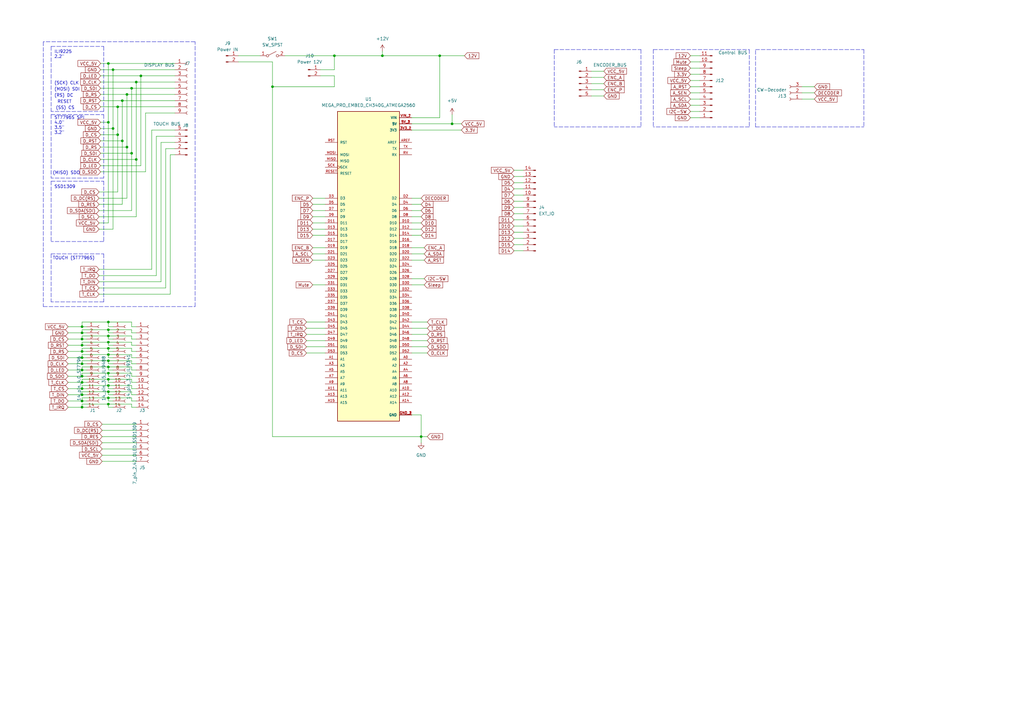
<source format=kicad_sch>
(kicad_sch (version 20211123) (generator eeschema)
  (paper "A3")
  (lib_symbols
    (symbol "Connector:Conn_01x02_Male" (pin_names (offset 1.016) hide)
      (property "Reference" "J" (at 0 2.54 0))
      (property "Value" "Conn_01x02_Male" (at 0 -5.08 0))
      (symbol "Conn_01x02_Male_1_1"
        (pin passive line (at 5.08 0 180) (length 3.81) (name "Pin_1") (number "1"))
        (pin passive line (at 5.08 -2.54 180) (length 3.81) (name "Pin_2") (number "2"))
      )
    )
    (symbol "Connector:Conn_01x03_Female" (pin_names (offset 1.016) hide)
      (property "Reference" "J" (at 0 5.08 0))
      (property "Value" "Conn_01x03_Female" (at 0 -5.08 0))
      (symbol "Conn_01x03_Female_1_1"
        (pin passive line (at -5.08 2.54 0) (length 3.81) (name "Pin_1") (number "1"))
        (pin passive line (at -5.08 0 0) (length 3.81) (name "Pin_2") (number "2"))
        (pin passive line (at -5.08 -2.54 0) (length 3.81) (name "Pin_3") (number "3"))
      )
    )
    (symbol "Connector:Conn_01x05_Male" (pin_names (offset 1.016) hide)
      (property "Reference" "J" (at 0 7.62 0))
      (property "Value" "Conn_01x05_Male" (at 0 -7.62 0))
      (symbol "Conn_01x05_Male_1_1"
        (pin passive line (at 5.08 5.08 180) (length 3.81) (name "Pin_1") (number "1"))
        (pin passive line (at 5.08 2.54 180) (length 3.81) (name "Pin_2") (number "2"))
        (pin passive line (at 5.08 0 180) (length 3.81) (name "Pin_3") (number "3"))
        (pin passive line (at 5.08 -2.54 180) (length 3.81) (name "Pin_4") (number "4"))
        (pin passive line (at 5.08 -5.08 180) (length 3.81) (name "Pin_5") (number "5"))
      )
    )
    (symbol "Connector:Conn_01x07_Female" (pin_names (offset 1.016) hide)
      (property "Reference" "J" (at 0 10.16 0))
      (property "Value" "Conn_01x07_Female" (at 0 -10.16 0))
      (symbol "Conn_01x07_Female_1_1"
        (pin passive line (at -5.08 7.62 0) (length 3.81) (name "Pin_1") (number "1"))
        (pin passive line (at -5.08 5.08 0) (length 3.81) (name "Pin_2") (number "2"))
        (pin passive line (at -5.08 2.54 0) (length 3.81) (name "Pin_3") (number "3"))
        (pin passive line (at -5.08 0 0) (length 3.81) (name "Pin_4") (number "4"))
        (pin passive line (at -5.08 -2.54 0) (length 3.81) (name "Pin_5") (number "5"))
        (pin passive line (at -5.08 -5.08 0) (length 3.81) (name "Pin_6") (number "6"))
        (pin passive line (at -5.08 -7.62 0) (length 3.81) (name "Pin_7") (number "7"))
      )
    )
    (symbol "Connector:Conn_01x09_Female" (pin_names (offset 1.016) hide)
      (property "Reference" "J" (at 0 12.7 0))
      (property "Value" "Conn_01x09_Female" (at 0 -12.7 0))
      (symbol "Conn_01x09_Female_1_1"
        (pin passive line (at -5.08 10.16 0) (length 3.81) (name "Pin_1") (number "1"))
        (pin passive line (at -5.08 7.62 0) (length 3.81) (name "Pin_2") (number "2"))
        (pin passive line (at -5.08 5.08 0) (length 3.81) (name "Pin_3") (number "3"))
        (pin passive line (at -5.08 2.54 0) (length 3.81) (name "Pin_4") (number "4"))
        (pin passive line (at -5.08 0 0) (length 3.81) (name "Pin_5") (number "5"))
        (pin passive line (at -5.08 -2.54 0) (length 3.81) (name "Pin_6") (number "6"))
        (pin passive line (at -5.08 -5.08 0) (length 3.81) (name "Pin_7") (number "7"))
        (pin passive line (at -5.08 -7.62 0) (length 3.81) (name "Pin_8") (number "8"))
        (pin passive line (at -5.08 -10.16 0) (length 3.81) (name "Pin_9") (number "9"))
      )
    )
    (symbol "Connector:Conn_01x11_Male" (pin_names (offset 1.016) hide)
      (property "Reference" "J" (at 0 15.24 0))
      (property "Value" "Conn_01x11_Male" (at 0 -15.24 0))
      (symbol "Conn_01x11_Male_1_1"
        (pin passive line (at 5.08 12.7 180) (length 3.81) (name "Pin_1") (number "1"))
        (pin passive line (at 5.08 -10.16 180) (length 3.81) (name "Pin_10") (number "10"))
        (pin passive line (at 5.08 -12.7 180) (length 3.81) (name "Pin_11") (number "11"))
        (pin passive line (at 5.08 10.16 180) (length 3.81) (name "Pin_2") (number "2"))
        (pin passive line (at 5.08 7.62 180) (length 3.81) (name "Pin_3") (number "3"))
        (pin passive line (at 5.08 5.08 180) (length 3.81) (name "Pin_4") (number "4"))
        (pin passive line (at 5.08 2.54 180) (length 3.81) (name "Pin_5") (number "5"))
        (pin passive line (at 5.08 0 180) (length 3.81) (name "Pin_6") (number "6"))
        (pin passive line (at 5.08 -2.54 180) (length 3.81) (name "Pin_7") (number "7"))
        (pin passive line (at 5.08 -5.08 180) (length 3.81) (name "Pin_8") (number "8"))
        (pin passive line (at 5.08 -7.62 180) (length 3.81) (name "Pin_9") (number "9"))
      )
    )
    (symbol "Connector:Conn_01x14_Female" (pin_names (offset 1.016) hide)
      (property "Reference" "J" (at 0 17.78 0))
      (property "Value" "Conn_01x14_Female" (at 0 -20.32 0))
      (symbol "Conn_01x14_Female_1_1"
        (pin passive line (at -5.08 15.24 0) (length 3.81) (name "Pin_1") (number "1"))
        (pin passive line (at -5.08 -7.62 0) (length 3.81) (name "Pin_10") (number "10"))
        (pin passive line (at -5.08 -10.16 0) (length 3.81) (name "Pin_11") (number "11"))
        (pin passive line (at -5.08 -12.7 0) (length 3.81) (name "Pin_12") (number "12"))
        (pin passive line (at -5.08 -15.24 0) (length 3.81) (name "Pin_13") (number "13"))
        (pin passive line (at -5.08 -17.78 0) (length 3.81) (name "Pin_14") (number "14"))
        (pin passive line (at -5.08 12.7 0) (length 3.81) (name "Pin_2") (number "2"))
        (pin passive line (at -5.08 10.16 0) (length 3.81) (name "Pin_3") (number "3"))
        (pin passive line (at -5.08 7.62 0) (length 3.81) (name "Pin_4") (number "4"))
        (pin passive line (at -5.08 5.08 0) (length 3.81) (name "Pin_5") (number "5"))
        (pin passive line (at -5.08 2.54 0) (length 3.81) (name "Pin_6") (number "6"))
        (pin passive line (at -5.08 0 0) (length 3.81) (name "Pin_7") (number "7"))
        (pin passive line (at -5.08 -2.54 0) (length 3.81) (name "Pin_8") (number "8"))
        (pin passive line (at -5.08 -5.08 0) (length 3.81) (name "Pin_9") (number "9"))
      )
    )
    (symbol "Connector:Conn_01x14_Male" (pin_names (offset 1.016) hide)
      (property "Reference" "J" (at 0 17.78 0))
      (property "Value" "Conn_01x14_Male" (at 0 -20.32 0))
      (symbol "Conn_01x14_Male_1_1"
        (pin passive line (at 5.08 15.24 180) (length 3.81) (name "Pin_1") (number "1"))
        (pin passive line (at 5.08 -7.62 180) (length 3.81) (name "Pin_10") (number "10"))
        (pin passive line (at 5.08 -10.16 180) (length 3.81) (name "Pin_11") (number "11"))
        (pin passive line (at 5.08 -12.7 180) (length 3.81) (name "Pin_12") (number "12"))
        (pin passive line (at 5.08 -15.24 180) (length 3.81) (name "Pin_13") (number "13"))
        (pin passive line (at 5.08 -17.78 180) (length 3.81) (name "Pin_14") (number "14"))
        (pin passive line (at 5.08 12.7 180) (length 3.81) (name "Pin_2") (number "2"))
        (pin passive line (at 5.08 10.16 180) (length 3.81) (name "Pin_3") (number "3"))
        (pin passive line (at 5.08 7.62 180) (length 3.81) (name "Pin_4") (number "4"))
        (pin passive line (at 5.08 5.08 180) (length 3.81) (name "Pin_5") (number "5"))
        (pin passive line (at 5.08 2.54 180) (length 3.81) (name "Pin_6") (number "6"))
        (pin passive line (at 5.08 0 180) (length 3.81) (name "Pin_7") (number "7"))
        (pin passive line (at 5.08 -2.54 180) (length 3.81) (name "Pin_8") (number "8"))
        (pin passive line (at 5.08 -5.08 180) (length 3.81) (name "Pin_9") (number "9"))
      )
    )
    (symbol "MEGA2560:MEGA_PRO_EMBED_CH340G_ATMEGA2560" (pin_names (offset 1.016))
      (property "Reference" "U" (at -12.7 63.5 0))
      (property "Value" "MEGA_PRO_EMBED_CH340G_{slash}_ATMEGA2560" (at -12.7 -66.04 0))
      (symbol "MEGA_PRO_EMBED_CH340G_ATMEGA2560_0_0"
        (pin power_in line (at 17.78 55.88 180) (length 5.08) (name "3V3") (number "3V3_1"))
        (pin power_in line (at 17.78 55.88 180) (length 5.08) (name "3V3") (number "3V3_2"))
        (pin power_in line (at 17.78 58.42 180) (length 5.08) (name "5V") (number "5V_1"))
        (pin power_in line (at 17.78 58.42 180) (length 5.08) (name "5V") (number "5V_2"))
        (pin power_in line (at 17.78 58.42 180) (length 5.08) (name "5V") (number "5V_3"))
        (pin bidirectional line (at 17.78 -38.1 180) (length 5.08) (name "A0") (number "A0"))
        (pin bidirectional line (at -17.78 -38.1 0) (length 5.08) (name "A1") (number "A1"))
        (pin bidirectional line (at 17.78 -50.8 180) (length 5.08) (name "A10") (number "A10"))
        (pin bidirectional line (at -17.78 -50.8 0) (length 5.08) (name "A11") (number "A11"))
        (pin bidirectional line (at 17.78 -53.34 180) (length 5.08) (name "A12") (number "A12"))
        (pin bidirectional line (at -17.78 -53.34 0) (length 5.08) (name "A13") (number "A13"))
        (pin bidirectional line (at 17.78 -55.88 180) (length 5.08) (name "A14") (number "A14"))
        (pin bidirectional line (at -17.78 -55.88 0) (length 5.08) (name "A15") (number "A15"))
        (pin bidirectional line (at 17.78 -40.64 180) (length 5.08) (name "A2") (number "A2"))
        (pin bidirectional line (at -17.78 -40.64 0) (length 5.08) (name "A3") (number "A3"))
        (pin bidirectional line (at 17.78 -43.18 180) (length 5.08) (name "A4") (number "A4"))
        (pin bidirectional line (at -17.78 -43.18 0) (length 5.08) (name "A5") (number "A5"))
        (pin bidirectional line (at 17.78 -45.72 180) (length 5.08) (name "A6") (number "A6"))
        (pin bidirectional line (at -17.78 -45.72 0) (length 5.08) (name "A7") (number "A7"))
        (pin bidirectional line (at 17.78 -48.26 180) (length 5.08) (name "A8") (number "A8"))
        (pin bidirectional line (at -17.78 -48.26 0) (length 5.08) (name "A9") (number "A9"))
        (pin bidirectional line (at 17.78 50.8 180) (length 5.08) (name "AREF") (number "AREF"))
        (pin bidirectional line (at 17.78 17.78 180) (length 5.08) (name "D10") (number "D10"))
        (pin bidirectional line (at -17.78 17.78 0) (length 5.08) (name "D11") (number "D11"))
        (pin bidirectional line (at 17.78 15.24 180) (length 5.08) (name "D12") (number "D12"))
        (pin bidirectional line (at -17.78 15.24 0) (length 5.08) (name "D13") (number "D13"))
        (pin bidirectional line (at 17.78 12.7 180) (length 5.08) (name "D14") (number "D14"))
        (pin bidirectional line (at -17.78 12.7 0) (length 5.08) (name "D15") (number "D15"))
        (pin bidirectional line (at 17.78 10.16 180) (length 5.08) (name "D16") (number "D16"))
        (pin bidirectional line (at -17.78 10.16 0) (length 5.08) (name "D17") (number "D17"))
        (pin bidirectional line (at 17.78 7.62 180) (length 5.08) (name "D18") (number "D18"))
        (pin bidirectional line (at -17.78 7.62 0) (length 5.08) (name "D19") (number "D19"))
        (pin bidirectional line (at 17.78 27.94 180) (length 5.08) (name "D2") (number "D2"))
        (pin bidirectional line (at 17.78 5.08 180) (length 5.08) (name "D20") (number "D20"))
        (pin bidirectional line (at -17.78 5.08 0) (length 5.08) (name "D21") (number "D21"))
        (pin bidirectional line (at 17.78 2.54 180) (length 5.08) (name "D22") (number "D22"))
        (pin bidirectional line (at -17.78 2.54 0) (length 5.08) (name "D23") (number "D23"))
        (pin bidirectional line (at 17.78 0 180) (length 5.08) (name "D24") (number "D24"))
        (pin bidirectional line (at -17.78 0 0) (length 5.08) (name "D25") (number "D25"))
        (pin bidirectional line (at 17.78 -2.54 180) (length 5.08) (name "D26") (number "D26"))
        (pin bidirectional line (at -17.78 -2.54 0) (length 5.08) (name "D27") (number "D27"))
        (pin bidirectional line (at 17.78 -5.08 180) (length 5.08) (name "D28") (number "D28"))
        (pin bidirectional line (at -17.78 -5.08 0) (length 5.08) (name "D29") (number "D29"))
        (pin bidirectional line (at -17.78 27.94 0) (length 5.08) (name "D3") (number "D3"))
        (pin bidirectional line (at 17.78 -7.62 180) (length 5.08) (name "D30") (number "D30"))
        (pin bidirectional line (at -17.78 -7.62 0) (length 5.08) (name "D31") (number "D31"))
        (pin bidirectional line (at 17.78 -10.16 180) (length 5.08) (name "D32") (number "D32"))
        (pin bidirectional line (at -17.78 -10.16 0) (length 5.08) (name "D33") (number "D33"))
        (pin bidirectional line (at 17.78 -12.7 180) (length 5.08) (name "D34") (number "D34"))
        (pin bidirectional line (at -17.78 -12.7 0) (length 5.08) (name "D35") (number "D35"))
        (pin bidirectional line (at 17.78 -15.24 180) (length 5.08) (name "D36") (number "D36"))
        (pin bidirectional line (at -17.78 -15.24 0) (length 5.08) (name "D37") (number "D37"))
        (pin bidirectional line (at 17.78 -17.78 180) (length 5.08) (name "D38") (number "D38"))
        (pin bidirectional line (at -17.78 -17.78 0) (length 5.08) (name "D39") (number "D39"))
        (pin bidirectional line (at 17.78 25.4 180) (length 5.08) (name "D4") (number "D4"))
        (pin bidirectional line (at 17.78 -20.32 180) (length 5.08) (name "D40") (number "D40"))
        (pin bidirectional line (at -17.78 -20.32 0) (length 5.08) (name "D41") (number "D41"))
        (pin bidirectional line (at 17.78 -22.86 180) (length 5.08) (name "D42") (number "D42"))
        (pin bidirectional line (at -17.78 -22.86 0) (length 5.08) (name "D43") (number "D43"))
        (pin bidirectional line (at 17.78 -25.4 180) (length 5.08) (name "D44") (number "D44"))
        (pin bidirectional line (at -17.78 -25.4 0) (length 5.08) (name "D45") (number "D45"))
        (pin bidirectional line (at 17.78 -27.94 180) (length 5.08) (name "D46") (number "D46"))
        (pin bidirectional line (at -17.78 -27.94 0) (length 5.08) (name "D47") (number "D47"))
        (pin bidirectional line (at 17.78 -30.48 180) (length 5.08) (name "D48") (number "D48"))
        (pin bidirectional line (at -17.78 -30.48 0) (length 5.08) (name "D49") (number "D49"))
        (pin bidirectional line (at -17.78 25.4 0) (length 5.08) (name "D5") (number "D5"))
        (pin bidirectional line (at 17.78 -33.02 180) (length 5.08) (name "D50") (number "D50"))
        (pin bidirectional line (at -17.78 -33.02 0) (length 5.08) (name "D51") (number "D51"))
        (pin bidirectional line (at 17.78 -35.56 180) (length 5.08) (name "D52") (number "D52"))
        (pin bidirectional line (at -17.78 -35.56 0) (length 5.08) (name "D53") (number "D53"))
        (pin bidirectional line (at 17.78 22.86 180) (length 5.08) (name "D6") (number "D6"))
        (pin bidirectional line (at -17.78 22.86 0) (length 5.08) (name "D7") (number "D7"))
        (pin bidirectional line (at 17.78 20.32 180) (length 5.08) (name "D8") (number "D8"))
        (pin bidirectional line (at -17.78 20.32 0) (length 5.08) (name "D9") (number "D9"))
        (pin power_in line (at 17.78 -60.96 180) (length 5.08) (name "GND") (number "GND_1"))
        (pin power_in line (at 17.78 -60.96 180) (length 5.08) (name "GND") (number "GND_2"))
        (pin power_in line (at 17.78 -60.96 180) (length 5.08) (name "GND") (number "GND_3"))
        (pin bidirectional line (at -17.78 43.18 0) (length 5.08) (name "MISO") (number "MISO"))
        (pin bidirectional line (at -17.78 45.72 0) (length 5.08) (name "MOSI") (number "MOSI"))
        (pin input line (at -17.78 38.1 0) (length 5.08) (name "RESET") (number "RESET"))
        (pin input line (at -17.78 50.8 0) (length 5.08) (name "RST") (number "RST"))
        (pin input line (at 17.78 45.72 180) (length 5.08) (name "RX") (number "RX"))
        (pin bidirectional clock (at -17.78 40.64 0) (length 5.08) (name "SCK") (number "SCK"))
        (pin output line (at 17.78 48.26 180) (length 5.08) (name "TX") (number "TX"))
        (pin power_in line (at 17.78 60.96 180) (length 5.08) (name "VIN") (number "VIN_1"))
        (pin power_in line (at 17.78 60.96 180) (length 5.08) (name "VIN") (number "VIN_2"))
      )
    )
    (symbol "Switch:SW_SPST" (pin_names (offset 0) hide)
      (property "Reference" "SW" (at 0 3.175 0))
      (property "Value" "SW_SPST" (at 0 -2.54 0))
      (symbol "SW_SPST_1_1"
        (pin passive line (at -5.08 0 0) (length 2.54) (name "A") (number "1"))
        (pin passive line (at 5.08 0 180) (length 2.54) (name "B") (number "2"))
      )
    )
    (symbol "power:+12V" (power) (pin_names (offset 0))
      (property "Value" "+12V" (at 0 3.556 0))
      (symbol "+12V_1_1"
        (pin power_in line (at 0 0 90) (length 0) hide (name "+12V") (number "1"))
      )
    )
    (symbol "power:+5V" (power) (pin_names (offset 0))
      (property "Value" "+5V" (at 0 3.556 0))
      (symbol "+5V_1_1"
        (pin power_in line (at 0 0 90) (length 0) hide (name "+5V") (number "1"))
      )
    )
    (symbol "power:GND" (power) (pin_names (offset 0))
      (property "Value" "GND" (at 0 -3.81 0))
      (symbol "GND_1_1"
        (pin power_in line (at 0 0 270) (length 0) hide (name "GND") (number "1"))
      )
    )
  )
  (junction (at 33.655 154.305))
  (junction (at 33.655 149.225))
  (junction (at 53.975 62.865))
  (junction (at 180.34 22.86))
  (junction (at 33.655 167.005))
  (junction (at 44.45 158.115))
  (junction (at 33.655 133.985))
  (junction (at 46.355 28.575))
  (junction (at 172.72 179.07))
  (junction (at 185.42 50.8))
  (junction (at 53.975 36.195))
  (junction (at 33.655 159.385))
  (junction (at 44.45 140.335))
  (junction (at 44.45 147.955))
  (junction (at 44.45 165.735))
  (junction (at 52.07 60.325))
  (junction (at 57.785 31.115))
  (junction (at 33.655 161.925))
  (junction (at 55.88 65.405))
  (junction (at 44.45 145.415))
  (junction (at 44.45 50.165))
  (junction (at 111.76 35.56))
  (junction (at 44.45 132.08))
  (junction (at 44.45 163.195))
  (junction (at 50.165 41.275))
  (junction (at 48.26 43.815))
  (junction (at 50.165 57.785))
  (junction (at 33.655 151.765))
  (junction (at 33.655 141.605))
  (junction (at 33.655 156.845))
  (junction (at 44.45 26.035))
  (junction (at 44.45 137.795))
  (junction (at 44.45 153.035))
  (junction (at 137.16 22.86))
  (junction (at 33.655 139.065))
  (junction (at 44.45 135.255))
  (junction (at 44.45 142.875))
  (junction (at 55.88 33.655))
  (junction (at 52.07 38.735))
  (junction (at 44.45 160.655))
  (junction (at 33.655 136.525))
  (junction (at 33.655 164.465))
  (junction (at 48.26 55.245))
  (junction (at 156.845 22.86))
  (junction (at 33.655 146.685))
  (junction (at 46.355 52.705))
  (junction (at 44.45 155.575))
  (junction (at 33.655 144.145))
  (junction (at 44.45 150.495))
  (wire (pts (xy 44.45 142.875) (xy 53.975 142.875)))
  (wire (pts (xy 40.64 86.36) (xy 53.975 86.36)))
  (wire (pts (xy 50.165 41.275) (xy 71.755 41.275)))
  (wire (pts (xy 41.91 179.07) (xy 55.88 179.07)))
  (wire (pts (xy 44.45 149.225) (xy 46.355 149.225)))
  (wire (pts (xy 283.21 25.4) (xy 287.02 25.4)))
  (wire (pts (xy 128.27 88.9) (xy 133.35 88.9)))
  (wire (pts (xy 53.975 140.335) (xy 53.975 141.605)))
  (wire (pts (xy 168.91 137.16) (xy 175.26 137.16)))
  (wire (pts (xy 53.975 150.495) (xy 53.975 151.765)))
  (wire (pts (xy 44.45 165.735) (xy 53.975 165.735)))
  (wire (pts (xy 53.975 133.985) (xy 53.975 132.08)))
  (wire (pts (xy 210.82 92.71) (xy 214.63 92.71)))
  (wire (pts (xy 185.42 50.8) (xy 168.91 50.8)))
  (polyline (pts (xy 307.34 52.07) (xy 267.97 52.07)))
  (wire (pts (xy 44.45 135.255) (xy 53.975 135.255)))
  (wire (pts (xy 40.64 118.11) (xy 67.945 118.11)))
  (wire (pts (xy 41.91 181.61) (xy 55.88 181.61)))
  (wire (pts (xy 53.975 164.465) (xy 55.88 164.465)))
  (wire (pts (xy 27.94 167.005) (xy 33.655 167.005)))
  (wire (pts (xy 53.975 36.195) (xy 71.755 36.195)))
  (wire (pts (xy 44.45 154.305) (xy 46.355 154.305)))
  (wire (pts (xy 41.275 33.655) (xy 55.88 33.655)))
  (polyline (pts (xy 309.88 52.07) (xy 309.88 20.32)))
  (wire (pts (xy 57.785 31.115) (xy 71.755 31.115)))
  (polyline (pts (xy 267.97 20.32) (xy 267.97 52.07)))
  (polyline (pts (xy 20.955 19.05) (xy 20.955 45.72)))
  (wire (pts (xy 210.82 85.09) (xy 214.63 85.09)))
  (polyline (pts (xy 227.33 20.32) (xy 262.89 20.32)))
  (wire (pts (xy 35.56 156.845) (xy 33.655 156.845)))
  (wire (pts (xy 27.94 144.145) (xy 33.655 144.145)))
  (wire (pts (xy 40.64 110.49) (xy 62.23 110.49)))
  (polyline (pts (xy 20.955 74.295) (xy 20.955 99.06)))
  (wire (pts (xy 44.45 150.495) (xy 44.45 151.765)))
  (wire (pts (xy 283.21 43.18) (xy 287.02 43.18)))
  (wire (pts (xy 33.655 154.305) (xy 33.655 153.035)))
  (wire (pts (xy 44.45 163.195) (xy 44.45 164.465)))
  (wire (pts (xy 283.21 22.86) (xy 287.02 22.86)))
  (polyline (pts (xy 20.955 74.295) (xy 42.545 74.295)))
  (wire (pts (xy 71.755 55.88) (xy 64.135 55.88)))
  (wire (pts (xy 59.69 70.485) (xy 59.69 46.355)))
  (wire (pts (xy 283.21 48.26) (xy 287.02 48.26)))
  (wire (pts (xy 53.975 163.195) (xy 53.975 164.465)))
  (wire (pts (xy 44.45 158.115) (xy 53.975 158.115)))
  (wire (pts (xy 210.82 90.17) (xy 214.63 90.17)))
  (wire (pts (xy 55.88 133.985) (xy 53.975 133.985)))
  (wire (pts (xy 44.45 167.005) (xy 46.355 167.005)))
  (polyline (pts (xy 42.545 74.295) (xy 42.545 99.06)))
  (wire (pts (xy 35.56 164.465) (xy 33.655 164.465)))
  (wire (pts (xy 128.27 116.84) (xy 133.35 116.84)))
  (wire (pts (xy 125.73 132.08) (xy 133.35 132.08)))
  (polyline (pts (xy 267.97 20.32) (xy 307.34 20.32)))
  (wire (pts (xy 35.56 144.145) (xy 33.655 144.145)))
  (wire (pts (xy 53.975 62.865) (xy 53.975 86.36)))
  (wire (pts (xy 172.72 179.07) (xy 175.26 179.07)))
  (wire (pts (xy 283.21 38.1) (xy 287.02 38.1)))
  (wire (pts (xy 46.355 52.705) (xy 46.355 28.575)))
  (wire (pts (xy 44.45 140.335) (xy 44.45 141.605)))
  (wire (pts (xy 27.94 161.925) (xy 33.655 161.925)))
  (wire (pts (xy 210.82 87.63) (xy 214.63 87.63)))
  (wire (pts (xy 53.975 147.955) (xy 53.975 149.225)))
  (wire (pts (xy 44.45 137.795) (xy 53.975 137.795)))
  (wire (pts (xy 44.45 156.845) (xy 46.355 156.845)))
  (wire (pts (xy 168.91 53.34) (xy 189.23 53.34)))
  (wire (pts (xy 44.45 26.035) (xy 71.755 26.035)))
  (wire (pts (xy 44.45 142.875) (xy 44.45 144.145)))
  (wire (pts (xy 52.07 60.325) (xy 52.07 81.28)))
  (wire (pts (xy 27.94 164.465) (xy 33.655 164.465)))
  (wire (pts (xy 210.82 77.47) (xy 214.63 77.47)))
  (wire (pts (xy 44.45 153.035) (xy 53.975 153.035)))
  (wire (pts (xy 35.56 161.925) (xy 33.655 161.925)))
  (wire (pts (xy 242.57 39.37) (xy 247.65 39.37)))
  (wire (pts (xy 180.34 48.26) (xy 180.34 22.86)))
  (wire (pts (xy 283.21 45.72) (xy 287.02 45.72)))
  (wire (pts (xy 168.91 104.14) (xy 173.99 104.14)))
  (wire (pts (xy 44.45 132.08) (xy 44.45 133.985)))
  (wire (pts (xy 33.655 167.005) (xy 35.56 167.005)))
  (polyline (pts (xy 80.01 125.73) (xy 80.01 17.145)))
  (polyline (pts (xy 262.89 20.32) (xy 262.89 52.07)))
  (wire (pts (xy 41.275 26.035) (xy 44.45 26.035)))
  (polyline (pts (xy 20.955 19.05) (xy 42.545 19.05)))
  (wire (pts (xy 128.27 91.44) (xy 133.35 91.44)))
  (wire (pts (xy 137.16 28.575) (xy 137.16 22.86)))
  (wire (pts (xy 67.945 60.96) (xy 71.755 60.96)))
  (wire (pts (xy 44.45 50.165) (xy 44.45 26.035)))
  (wire (pts (xy 33.655 147.955) (xy 44.45 147.955)))
  (wire (pts (xy 41.91 173.99) (xy 55.88 173.99)))
  (wire (pts (xy 44.45 145.415) (xy 44.45 146.685)))
  (wire (pts (xy 41.275 65.405) (xy 55.88 65.405)))
  (wire (pts (xy 33.655 137.795) (xy 44.45 137.795)))
  (wire (pts (xy 53.975 136.525) (xy 55.88 136.525)))
  (wire (pts (xy 33.655 163.195) (xy 44.45 163.195)))
  (wire (pts (xy 44.45 161.925) (xy 46.355 161.925)))
  (wire (pts (xy 283.21 40.64) (xy 287.02 40.64)))
  (wire (pts (xy 33.655 142.875) (xy 44.45 142.875)))
  (wire (pts (xy 128.27 81.28) (xy 133.35 81.28)))
  (wire (pts (xy 97.79 22.86) (xy 106.68 22.86)))
  (wire (pts (xy 33.655 135.255) (xy 44.45 135.255)))
  (wire (pts (xy 168.91 48.26) (xy 180.34 48.26)))
  (wire (pts (xy 128.27 106.68) (xy 133.35 106.68)))
  (wire (pts (xy 33.655 167.005) (xy 33.655 165.735)))
  (wire (pts (xy 27.94 136.525) (xy 33.655 136.525)))
  (wire (pts (xy 41.275 50.165) (xy 44.45 50.165)))
  (wire (pts (xy 44.45 147.955) (xy 44.45 149.225)))
  (wire (pts (xy 53.975 142.875) (xy 53.975 144.145)))
  (wire (pts (xy 44.45 155.575) (xy 44.45 156.845)))
  (wire (pts (xy 44.45 135.255) (xy 44.45 136.525)))
  (polyline (pts (xy 354.33 20.32) (xy 354.33 52.07)))
  (wire (pts (xy 168.91 114.3) (xy 173.99 114.3)))
  (wire (pts (xy 168.91 144.78) (xy 175.26 144.78)))
  (wire (pts (xy 35.56 149.225) (xy 33.655 149.225)))
  (wire (pts (xy 156.845 20.955) (xy 156.845 22.86)))
  (wire (pts (xy 41.91 189.23) (xy 55.88 189.23)))
  (wire (pts (xy 40.64 83.82) (xy 50.165 83.82)))
  (wire (pts (xy 33.655 151.765) (xy 33.655 150.495)))
  (wire (pts (xy 53.975 155.575) (xy 53.975 156.845)))
  (polyline (pts (xy 42.545 19.05) (xy 42.545 45.72)))
  (wire (pts (xy 168.91 86.36) (xy 172.72 86.36)))
  (wire (pts (xy 33.655 159.385) (xy 33.655 158.115)))
  (wire (pts (xy 131.445 31.115) (xy 137.16 31.115)))
  (wire (pts (xy 67.945 118.11) (xy 67.945 60.96)))
  (wire (pts (xy 69.85 120.65) (xy 69.85 63.5)))
  (wire (pts (xy 41.275 57.785) (xy 50.165 57.785)))
  (wire (pts (xy 44.45 163.195) (xy 53.975 163.195)))
  (wire (pts (xy 41.275 43.815) (xy 48.26 43.815)))
  (wire (pts (xy 44.45 165.735) (xy 44.45 167.005)))
  (wire (pts (xy 44.45 164.465) (xy 46.355 164.465)))
  (wire (pts (xy 41.91 176.53) (xy 55.88 176.53)))
  (wire (pts (xy 33.655 164.465) (xy 33.655 163.195)))
  (wire (pts (xy 53.975 137.795) (xy 53.975 139.065)))
  (wire (pts (xy 44.45 140.335) (xy 53.975 140.335)))
  (wire (pts (xy 41.275 55.245) (xy 48.26 55.245)))
  (wire (pts (xy 44.45 146.685) (xy 46.355 146.685)))
  (wire (pts (xy 44.45 153.035) (xy 44.45 154.305)))
  (polyline (pts (xy 17.78 17.145) (xy 17.78 101.6)))
  (wire (pts (xy 40.64 93.98) (xy 46.355 93.98)))
  (wire (pts (xy 168.91 101.6) (xy 173.99 101.6)))
  (wire (pts (xy 53.975 141.605) (xy 55.88 141.605)))
  (wire (pts (xy 27.94 154.305) (xy 33.655 154.305)))
  (wire (pts (xy 53.975 165.735) (xy 53.975 167.005)))
  (wire (pts (xy 125.73 134.62) (xy 133.35 134.62)))
  (wire (pts (xy 53.975 139.065) (xy 55.88 139.065)))
  (wire (pts (xy 53.975 151.765) (xy 55.88 151.765)))
  (wire (pts (xy 62.23 110.49) (xy 62.23 53.34)))
  (wire (pts (xy 168.91 134.62) (xy 175.26 134.62)))
  (polyline (pts (xy 42.545 123.825) (xy 20.955 123.825)))
  (wire (pts (xy 59.69 46.355) (xy 71.755 46.355)))
  (polyline (pts (xy 20.955 46.99) (xy 42.545 46.99)))
  (wire (pts (xy 128.27 93.98) (xy 133.35 93.98)))
  (wire (pts (xy 41.275 70.485) (xy 59.69 70.485)))
  (polyline (pts (xy 42.545 99.06) (xy 20.955 99.06)))
  (wire (pts (xy 168.91 93.98) (xy 172.72 93.98)))
  (polyline (pts (xy 42.545 73.025) (xy 20.955 73.025)))
  (wire (pts (xy 53.975 161.925) (xy 55.88 161.925)))
  (wire (pts (xy 27.94 149.225) (xy 33.655 149.225)))
  (wire (pts (xy 168.91 170.18) (xy 172.72 170.18)))
  (wire (pts (xy 210.82 80.01) (xy 214.63 80.01)))
  (wire (pts (xy 168.91 116.84) (xy 173.99 116.84)))
  (wire (pts (xy 283.21 33.02) (xy 287.02 33.02)))
  (wire (pts (xy 40.64 88.9) (xy 55.88 88.9)))
  (wire (pts (xy 44.45 136.525) (xy 46.355 136.525)))
  (wire (pts (xy 40.64 113.03) (xy 64.135 113.03)))
  (wire (pts (xy 33.655 145.415) (xy 44.45 145.415)))
  (polyline (pts (xy 42.545 46.99) (xy 42.545 73.025)))
  (polyline (pts (xy 42.545 45.72) (xy 20.955 45.72)))
  (wire (pts (xy 53.975 153.035) (xy 53.975 154.305)))
  (wire (pts (xy 41.275 38.735) (xy 52.07 38.735)))
  (wire (pts (xy 48.26 55.245) (xy 48.26 78.74)))
  (wire (pts (xy 33.655 149.225) (xy 33.655 147.955)))
  (wire (pts (xy 44.45 133.985) (xy 46.355 133.985)))
  (wire (pts (xy 41.91 184.15) (xy 55.88 184.15)))
  (wire (pts (xy 44.45 139.065) (xy 46.355 139.065)))
  (wire (pts (xy 40.64 115.57) (xy 66.04 115.57)))
  (polyline (pts (xy 262.89 52.07) (xy 227.33 52.07)))
  (polyline (pts (xy 227.33 20.32) (xy 227.33 52.07)))
  (wire (pts (xy 210.82 74.93) (xy 214.63 74.93)))
  (wire (pts (xy 283.21 30.48) (xy 287.02 30.48)))
  (wire (pts (xy 41.275 41.275) (xy 50.165 41.275)))
  (wire (pts (xy 50.165 83.82) (xy 50.165 57.785)))
  (wire (pts (xy 168.91 96.52) (xy 172.72 96.52)))
  (wire (pts (xy 52.07 60.325) (xy 52.07 38.735)))
  (wire (pts (xy 33.655 153.035) (xy 44.45 153.035)))
  (wire (pts (xy 35.56 133.985) (xy 33.655 133.985)))
  (wire (pts (xy 168.91 88.9) (xy 172.72 88.9)))
  (polyline (pts (xy 42.545 104.14) (xy 42.545 123.825)))
  (wire (pts (xy 27.94 139.065) (xy 33.655 139.065)))
  (wire (pts (xy 41.91 186.69) (xy 55.88 186.69)))
  (wire (pts (xy 242.57 31.75) (xy 247.65 31.75)))
  (polyline (pts (xy 20.955 104.14) (xy 20.955 123.825)))
  (wire (pts (xy 46.355 93.98) (xy 46.355 52.705)))
  (wire (pts (xy 33.655 140.335) (xy 44.45 140.335)))
  (wire (pts (xy 66.04 115.57) (xy 66.04 58.42)))
  (wire (pts (xy 210.82 102.87) (xy 214.63 102.87)))
  (wire (pts (xy 53.975 146.685) (xy 55.88 146.685)))
  (wire (pts (xy 168.91 132.08) (xy 175.26 132.08)))
  (wire (pts (xy 328.93 40.64) (xy 334.01 40.64)))
  (wire (pts (xy 33.655 165.735) (xy 44.45 165.735)))
  (wire (pts (xy 44.45 91.44) (xy 44.45 50.165)))
  (wire (pts (xy 168.91 83.82) (xy 172.72 83.82)))
  (wire (pts (xy 283.21 35.56) (xy 287.02 35.56)))
  (wire (pts (xy 137.16 22.86) (xy 156.845 22.86)))
  (wire (pts (xy 33.655 141.605) (xy 33.655 140.335)))
  (wire (pts (xy 35.56 154.305) (xy 33.655 154.305)))
  (wire (pts (xy 55.88 33.655) (xy 71.755 33.655)))
  (wire (pts (xy 41.275 60.325) (xy 52.07 60.325)))
  (wire (pts (xy 125.73 137.16) (xy 133.35 137.16)))
  (wire (pts (xy 128.27 83.82) (xy 133.35 83.82)))
  (wire (pts (xy 53.975 144.145) (xy 55.88 144.145)))
  (wire (pts (xy 168.91 106.68) (xy 173.99 106.68)))
  (wire (pts (xy 27.94 146.685) (xy 33.655 146.685)))
  (wire (pts (xy 33.655 146.685) (xy 33.655 145.415)))
  (wire (pts (xy 35.56 151.765) (xy 33.655 151.765)))
  (wire (pts (xy 35.56 139.065) (xy 33.655 139.065)))
  (wire (pts (xy 168.91 81.28) (xy 172.72 81.28)))
  (wire (pts (xy 33.655 139.065) (xy 33.655 137.795)))
  (wire (pts (xy 137.16 31.115) (xy 137.16 35.56)))
  (wire (pts (xy 41.275 67.945) (xy 57.785 67.945)))
  (wire (pts (xy 53.975 167.005) (xy 55.88 167.005)))
  (wire (pts (xy 128.27 96.52) (xy 133.35 96.52)))
  (wire (pts (xy 125.73 139.7) (xy 133.35 139.7)))
  (polyline (pts (xy 20.955 104.14) (xy 42.545 104.14)))
  (wire (pts (xy 128.27 86.36) (xy 133.35 86.36)))
  (wire (pts (xy 242.57 34.29) (xy 247.65 34.29)))
  (wire (pts (xy 44.45 155.575) (xy 53.975 155.575)))
  (wire (pts (xy 44.45 144.145) (xy 46.355 144.145)))
  (wire (pts (xy 283.21 27.94) (xy 287.02 27.94)))
  (wire (pts (xy 33.655 158.115) (xy 44.45 158.115)))
  (wire (pts (xy 62.23 53.34) (xy 71.755 53.34)))
  (wire (pts (xy 33.655 150.495) (xy 44.45 150.495)))
  (polyline (pts (xy 17.78 125.73) (xy 80.01 125.73)))
  (wire (pts (xy 50.165 57.785) (xy 50.165 41.275)))
  (wire (pts (xy 27.94 133.985) (xy 33.655 133.985)))
  (polyline (pts (xy 17.78 101.6) (xy 17.78 125.73)))
  (wire (pts (xy 46.355 28.575) (xy 71.755 28.575)))
  (wire (pts (xy 41.275 31.115) (xy 57.785 31.115)))
  (wire (pts (xy 57.785 67.945) (xy 57.785 31.115)))
  (wire (pts (xy 27.94 151.765) (xy 33.655 151.765)))
  (wire (pts (xy 210.82 95.25) (xy 214.63 95.25)))
  (wire (pts (xy 33.655 156.845) (xy 33.655 155.575)))
  (wire (pts (xy 40.64 120.65) (xy 69.85 120.65)))
  (wire (pts (xy 55.88 88.9) (xy 55.88 65.405)))
  (wire (pts (xy 111.76 25.4) (xy 111.76 35.56)))
  (wire (pts (xy 35.56 159.385) (xy 33.655 159.385)))
  (wire (pts (xy 33.655 132.08) (xy 44.45 132.08)))
  (wire (pts (xy 53.975 36.195) (xy 53.975 62.865)))
  (wire (pts (xy 185.42 50.8) (xy 189.23 50.8)))
  (polyline (pts (xy 307.34 20.32) (xy 307.34 52.07)))
  (wire (pts (xy 41.275 28.575) (xy 46.355 28.575)))
  (wire (pts (xy 210.82 82.55) (xy 214.63 82.55)))
  (wire (pts (xy 125.73 144.78) (xy 133.35 144.78)))
  (wire (pts (xy 53.975 156.845) (xy 55.88 156.845)))
  (wire (pts (xy 33.655 144.145) (xy 33.655 142.875)))
  (wire (pts (xy 53.975 158.115) (xy 53.975 159.385)))
  (wire (pts (xy 41.275 52.705) (xy 46.355 52.705)))
  (wire (pts (xy 210.82 100.33) (xy 214.63 100.33)))
  (wire (pts (xy 55.88 65.405) (xy 55.88 33.655)))
  (wire (pts (xy 44.45 141.605) (xy 46.355 141.605)))
  (wire (pts (xy 156.845 22.86) (xy 180.34 22.86)))
  (wire (pts (xy 52.07 38.735) (xy 71.755 38.735)))
  (wire (pts (xy 53.975 154.305) (xy 55.88 154.305)))
  (polyline (pts (xy 80.01 17.145) (xy 17.78 17.145)))
  (wire (pts (xy 172.72 170.18) (xy 172.72 179.07)))
  (wire (pts (xy 52.07 81.28) (xy 40.64 81.28)))
  (wire (pts (xy 48.26 78.74) (xy 40.64 78.74)))
  (wire (pts (xy 44.45 150.495) (xy 53.975 150.495)))
  (wire (pts (xy 44.45 147.955) (xy 53.975 147.955)))
  (wire (pts (xy 53.975 132.08) (xy 44.45 132.08)))
  (wire (pts (xy 33.655 136.525) (xy 33.655 135.255)))
  (wire (pts (xy 334.01 35.56) (xy 328.93 35.56)))
  (wire (pts (xy 111.76 25.4) (xy 97.79 25.4)))
  (wire (pts (xy 53.975 149.225) (xy 55.88 149.225)))
  (wire (pts (xy 35.56 136.525) (xy 33.655 136.525)))
  (wire (pts (xy 210.82 72.39) (xy 214.63 72.39)))
  (wire (pts (xy 44.45 145.415) (xy 53.975 145.415)))
  (wire (pts (xy 27.94 159.385) (xy 33.655 159.385)))
  (wire (pts (xy 48.26 55.245) (xy 48.26 43.815)))
  (wire (pts (xy 41.275 62.865) (xy 53.975 62.865)))
  (wire (pts (xy 168.91 139.7) (xy 175.26 139.7)))
  (wire (pts (xy 111.76 179.07) (xy 172.72 179.07)))
  (wire (pts (xy 168.91 91.44) (xy 172.72 91.44)))
  (wire (pts (xy 53.975 160.655) (xy 53.975 161.925)))
  (wire (pts (xy 168.91 142.24) (xy 175.26 142.24)))
  (wire (pts (xy 116.84 22.86) (xy 137.16 22.86)))
  (wire (pts (xy 334.01 38.1) (xy 328.93 38.1)))
  (wire (pts (xy 33.655 160.655) (xy 44.45 160.655)))
  (wire (pts (xy 44.45 160.655) (xy 53.975 160.655)))
  (wire (pts (xy 33.655 133.985) (xy 33.655 132.08)))
  (wire (pts (xy 64.135 55.88) (xy 64.135 113.03)))
  (wire (pts (xy 53.975 159.385) (xy 55.88 159.385)))
  (wire (pts (xy 111.76 179.07) (xy 111.76 35.56)))
  (wire (pts (xy 35.56 141.605) (xy 33.655 141.605)))
  (wire (pts (xy 33.655 161.925) (xy 33.655 160.655)))
  (wire (pts (xy 180.34 22.86) (xy 190.5 22.86)))
  (wire (pts (xy 53.975 135.255) (xy 53.975 136.525)))
  (wire (pts (xy 131.445 28.575) (xy 137.16 28.575)))
  (wire (pts (xy 210.82 69.85) (xy 214.63 69.85)))
  (wire (pts (xy 185.42 46.99) (xy 185.42 50.8)))
  (wire (pts (xy 125.73 142.24) (xy 133.35 142.24)))
  (wire (pts (xy 242.57 36.83) (xy 247.65 36.83)))
  (wire (pts (xy 41.275 36.195) (xy 53.975 36.195)))
  (wire (pts (xy 27.94 141.605) (xy 33.655 141.605)))
  (wire (pts (xy 44.45 159.385) (xy 46.355 159.385)))
  (wire (pts (xy 128.27 101.6) (xy 133.35 101.6)))
  (wire (pts (xy 44.45 158.115) (xy 44.45 159.385)))
  (polyline (pts (xy 20.955 46.99) (xy 20.955 73.025)))
  (wire (pts (xy 27.94 156.845) (xy 33.655 156.845)))
  (wire (pts (xy 40.64 91.44) (xy 44.45 91.44)))
  (wire (pts (xy 128.27 104.14) (xy 133.35 104.14)))
  (wire (pts (xy 33.655 146.685) (xy 35.56 146.685)))
  (wire (pts (xy 44.45 151.765) (xy 46.355 151.765)))
  (wire (pts (xy 33.655 155.575) (xy 44.45 155.575)))
  (wire (pts (xy 44.45 160.655) (xy 44.45 161.925)))
  (wire (pts (xy 53.975 145.415) (xy 53.975 146.685)))
  (wire (pts (xy 44.45 137.795) (xy 44.45 139.065)))
  (wire (pts (xy 137.16 35.56) (xy 111.76 35.56)))
  (wire (pts (xy 172.72 179.07) (xy 172.72 181.61)))
  (polyline (pts (xy 309.88 52.07) (xy 354.33 52.07)))
  (wire (pts (xy 48.26 43.815) (xy 71.755 43.815)))
  (wire (pts (xy 69.85 63.5) (xy 71.755 63.5)))
  (wire (pts (xy 66.04 58.42) (xy 71.755 58.42)))
  (wire (pts (xy 210.82 97.79) (xy 214.63 97.79)))
  (wire (pts (xy 242.57 29.21) (xy 247.65 29.21)))
  (polyline (pts (xy 309.88 20.32) (xy 354.33 20.32)))
  (text "(SCK) CLK" (at 22.225 34.925 0) (effects (font (size 1.27 1.27)) (justify left bottom)))
  (text "(RS) DC" (at 22.225 40.005 0) (effects (font (size 1.27 1.27)) (justify left bottom)))
  (text "ST7796S SPI\n4.0\"\n3.5\"\n3.2\"" (at 22.225 55.245 0) (effects (font (size 1.27 1.27)) (justify left bottom)))
  (text "TOUCH (ST7796S)" (at 21.59 106.68 0) (effects (font (size 1.27 1.27)) (justify left bottom)))
  (text "(SS) CS" (at 22.86 45.085 0) (effects (font (size 1.27 1.27)) (justify left bottom)))
  (text "(MISO) SDO" (at 21.59 71.755 0) (effects (font (size 1.27 1.27)) (justify left bottom)))
  (text "(MOSI) SDI" (at 22.225 37.465 0) (effects (font (size 1.27 1.27)) (justify left bottom)))
  (text "ILI9225\n2.2\"" (at 22.225 24.13 0) (effects (font (size 1.27 1.27)) (justify left bottom)))
  (text "RESET" (at 23.495 42.545 0) (effects (font (size 1.27 1.27)) (justify left bottom)))
  (text "SSD1309" (at 22.225 77.47 0) (effects (font (size 1.27 1.27)) (justify left bottom)))
  (global_label "D_DC(RS)" (shape input) (at 41.91 176.53 180) (property "Intersheet References" "${INTERSHEET_REFS}" (effects hide)))
  (global_label "ENC_A" (shape input) (at 247.65 31.75 0) (property "Intersheet References" "${INTERSHEET_REFS}" (effects hide)))
  (global_label "D_SDA(SDI)" (shape input) (at 41.91 181.61 180) (property "Intersheet References" "${INTERSHEET_REFS}" (effects hide)))
  (global_label "D_SDA(SDI)" (shape input) (at 40.64 86.36 180) (property "Intersheet References" "${INTERSHEET_REFS}" (effects hide)))
  (global_label "12V" (shape input) (at 190.5 22.86 0) (property "Обозначения листов" "${INTERSHEET_REFS}" (effects hide)))
  (global_label "GND" (shape input) (at 283.21 48.26 180) (property "Intersheet References" "${INTERSHEET_REFS}" (effects hide)))
  (global_label "D_SDI" (shape input) (at 125.73 142.24 180) (property "Обозначения листов" "${INTERSHEET_REFS}" (effects hide)))
  (global_label "D_RS" (shape input) (at 27.94 144.145 180) (property "Intersheet References" "${INTERSHEET_REFS}" (effects hide)))
  (global_label "D11" (shape input) (at 128.27 91.44 180) (property "Intersheet References" "${INTERSHEET_REFS}" (effects hide)))
  (global_label "T_CLK" (shape input) (at 40.64 120.65 180) (property "Intersheet References" "${INTERSHEET_REFS}" (effects hide)))
  (global_label "D_CS" (shape input) (at 125.73 144.78 180) (property "Обозначения листов" "${INTERSHEET_REFS}" (effects hide)))
  (global_label "D8" (shape input) (at 210.82 87.63 180) (property "Intersheet References" "${INTERSHEET_REFS}" (effects hide)))
  (global_label "DECODER" (shape input) (at 172.72 81.28 0) (property "Intersheet References" "${INTERSHEET_REFS}" (effects hide)))
  (global_label "T_CS" (shape input) (at 27.94 159.385 180) (property "Intersheet References" "${INTERSHEET_REFS}" (effects hide)))
  (global_label "VCC_5V" (shape input) (at 247.65 29.21 0) (property "Intersheet References" "${INTERSHEET_REFS}" (effects hide)))
  (global_label "D_SCL" (shape input) (at 41.91 184.15 180) (property "Intersheet References" "${INTERSHEET_REFS}" (effects hide)))
  (global_label "Sleep" (shape input) (at 283.21 27.94 180) (property "Обозначения листов" "${INTERSHEET_REFS}" (effects hide)))
  (global_label "GND" (shape input) (at 247.65 39.37 0) (property "Intersheet References" "${INTERSHEET_REFS}" (effects hide)))
  (global_label "D_CS" (shape input) (at 41.275 55.245 180) (property "Intersheet References" "${INTERSHEET_REFS}" (effects hide)))
  (global_label "D_SDO" (shape input) (at 175.26 142.24 0) (property "Обозначения листов" "${INTERSHEET_REFS}" (effects hide)))
  (global_label "D_LED" (shape input) (at 41.275 67.945 180) (property "Intersheet References" "${INTERSHEET_REFS}" (effects hide)))
  (global_label "D_SDI" (shape input) (at 27.94 146.685 180) (property "Intersheet References" "${INTERSHEET_REFS}" (effects hide)))
  (global_label "GND" (shape input) (at 175.26 179.07 0) (property "Intersheet References" "${INTERSHEET_REFS}" (effects hide)))
  (global_label "D13" (shape input) (at 128.27 93.98 180) (property "Intersheet References" "${INTERSHEET_REFS}" (effects hide)))
  (global_label "T_CLK" (shape input) (at 27.94 156.845 180) (property "Intersheet References" "${INTERSHEET_REFS}" (effects hide)))
  (global_label "D7" (shape input) (at 128.27 86.36 180) (property "Intersheet References" "${INTERSHEET_REFS}" (effects hide)))
  (global_label "GND" (shape input) (at 210.82 72.39 180) (property "Intersheet References" "${INTERSHEET_REFS}" (effects hide)))
  (global_label "D15" (shape input) (at 210.82 100.33 180) (property "Intersheet References" "${INTERSHEET_REFS}" (effects hide)))
  (global_label "D_RST" (shape input) (at 41.275 57.785 180) (property "Intersheet References" "${INTERSHEET_REFS}" (effects hide)))
  (global_label "3.3V" (shape input) (at 283.21 30.48 180) (property "Intersheet References" "${INTERSHEET_REFS}" (effects hide)))
  (global_label "D4" (shape input) (at 172.72 83.82 0) (property "Intersheet References" "${INTERSHEET_REFS}" (effects hide)))
  (global_label "D14" (shape input) (at 210.82 102.87 180) (property "Intersheet References" "${INTERSHEET_REFS}" (effects hide)))
  (global_label "VCC_5V" (shape input) (at 210.82 69.85 180) (property "Intersheet References" "${INTERSHEET_REFS}" (effects hide)))
  (global_label "VCC_5V" (shape input) (at 283.21 33.02 180) (property "Intersheet References" "${INTERSHEET_REFS}" (effects hide)))
  (global_label "D14" (shape input) (at 172.72 96.52 0) (property "Intersheet References" "${INTERSHEET_REFS}" (effects hide)))
  (global_label "D_CLK" (shape input) (at 175.26 144.78 0) (property "Обозначения листов" "${INTERSHEET_REFS}" (effects hide)))
  (global_label "ENC_P" (shape input) (at 128.27 81.28 180) (property "Intersheet References" "${INTERSHEET_REFS}" (effects hide)))
  (global_label "GND" (shape input) (at 27.94 136.525 180) (property "Intersheet References" "${INTERSHEET_REFS}" (effects hide)))
  (global_label "D6" (shape input) (at 210.82 82.55 180) (property "Intersheet References" "${INTERSHEET_REFS}" (effects hide)))
  (global_label "Mute" (shape input) (at 128.27 116.84 180) (property "Обозначения листов" "${INTERSHEET_REFS}" (effects hide)))
  (global_label "VCC_5V" (shape input) (at 189.23 50.8 0) (property "Intersheet References" "${INTERSHEET_REFS}" (effects hide)))
  (global_label "D_RST" (shape input) (at 175.26 139.7 0) (property "Обозначения листов" "${INTERSHEET_REFS}" (effects hide)))
  (global_label "T_IRQ" (shape input) (at 40.64 110.49 180) (property "Intersheet References" "${INTERSHEET_REFS}" (effects hide)))
  (global_label "T_DO" (shape input) (at 175.26 134.62 0) (property "Intersheet References" "${INTERSHEET_REFS}" (effects hide)))
  (global_label "D9" (shape input) (at 128.27 88.9 180) (property "Intersheet References" "${INTERSHEET_REFS}" (effects hide)))
  (global_label "A_RST" (shape input) (at 173.99 106.68 0) (property "Обозначения листов" "${INTERSHEET_REFS}" (effects hide)))
  (global_label "A_SDA" (shape input) (at 173.99 104.14 0) (property "Обозначения листов" "${INTERSHEET_REFS}" (effects hide)))
  (global_label "D5" (shape input) (at 210.82 74.93 180) (property "Intersheet References" "${INTERSHEET_REFS}" (effects hide)))
  (global_label "GND" (shape input) (at 40.64 93.98 180) (property "Intersheet References" "${INTERSHEET_REFS}" (effects hide)))
  (global_label "A_SEN" (shape input) (at 283.21 38.1 180) (property "Обозначения листов" "${INTERSHEET_REFS}" (effects hide)))
  (global_label "D12" (shape input) (at 210.82 97.79 180) (property "Intersheet References" "${INTERSHEET_REFS}" (effects hide)))
  (global_label "T_CS" (shape input) (at 125.73 132.08 180) (property "Intersheet References" "${INTERSHEET_REFS}" (effects hide)))
  (global_label "VCC_5V" (shape input) (at 41.275 50.165 180) (property "Intersheet References" "${INTERSHEET_REFS}" (effects hide)))
  (global_label "GND" (shape input) (at 41.275 28.575 180) (property "Intersheet References" "${INTERSHEET_REFS}" (effects hide)))
  (global_label "D_RES" (shape input) (at 40.64 83.82 180) (property "Intersheet References" "${INTERSHEET_REFS}" (effects hide)))
  (global_label "VCC_5V" (shape input) (at 334.01 40.64 0) (property "Intersheet References" "${INTERSHEET_REFS}" (effects hide)))
  (global_label "D_RST" (shape input) (at 27.94 141.605 180) (property "Intersheet References" "${INTERSHEET_REFS}" (effects hide)))
  (global_label "D_CS" (shape input) (at 40.64 78.74 180) (property "Intersheet References" "${INTERSHEET_REFS}" (effects hide)))
  (global_label "VCC_5V" (shape input) (at 41.275 26.035 180) (property "Intersheet References" "${INTERSHEET_REFS}" (effects hide)))
  (global_label "D6" (shape input) (at 172.72 86.36 0) (property "Intersheet References" "${INTERSHEET_REFS}" (effects hide)))
  (global_label "D_CLK" (shape input) (at 41.275 33.655 180) (property "Intersheet References" "${INTERSHEET_REFS}" (effects hide)))
  (global_label "D_RS" (shape input) (at 175.26 137.16 0) (property "Обозначения листов" "${INTERSHEET_REFS}" (effects hide)))
  (global_label "D_CS" (shape input) (at 41.91 173.99 180) (property "Intersheet References" "${INTERSHEET_REFS}" (effects hide)))
  (global_label "D_LED" (shape input) (at 27.94 151.765 180) (property "Intersheet References" "${INTERSHEET_REFS}" (effects hide)))
  (global_label "ENC_B" (shape input) (at 247.65 34.29 0) (property "Intersheet References" "${INTERSHEET_REFS}" (effects hide)))
  (global_label "D_RES" (shape input) (at 41.91 179.07 180) (property "Intersheet References" "${INTERSHEET_REFS}" (effects hide)))
  (global_label "D12" (shape input) (at 172.72 93.98 0) (property "Intersheet References" "${INTERSHEET_REFS}" (effects hide)))
  (global_label "D11" (shape input) (at 210.82 90.17 180) (property "Intersheet References" "${INTERSHEET_REFS}" (effects hide)))
  (global_label "GND" (shape input) (at 334.01 35.56 0) (property "Intersheet References" "${INTERSHEET_REFS}" (effects hide)))
  (global_label "D10" (shape input) (at 210.82 92.71 180) (property "Intersheet References" "${INTERSHEET_REFS}" (effects hide)))
  (global_label "T_IRQ" (shape input) (at 125.73 137.16 180) (property "Intersheet References" "${INTERSHEET_REFS}" (effects hide)))
  (global_label "A_SCL" (shape input) (at 283.21 40.64 180) (property "Обозначения листов" "${INTERSHEET_REFS}" (effects hide)))
  (global_label "D_CS" (shape input) (at 27.94 139.065 180) (property "Intersheet References" "${INTERSHEET_REFS}" (effects hide)))
  (global_label "ENC_P" (shape input) (at 247.65 36.83 0) (property "Intersheet References" "${INTERSHEET_REFS}" (effects hide)))
  (global_label "T_CS" (shape input) (at 40.64 118.11 180) (property "Intersheet References" "${INTERSHEET_REFS}" (effects hide)))
  (global_label "D_SDO" (shape input) (at 27.94 154.305 180) (property "Intersheet References" "${INTERSHEET_REFS}" (effects hide)))
  (global_label "D_CLK" (shape input) (at 41.275 65.405 180) (property "Intersheet References" "${INTERSHEET_REFS}" (effects hide)))
  (global_label "T_CLK" (shape input) (at 175.26 132.08 0) (property "Intersheet References" "${INTERSHEET_REFS}" (effects hide)))
  (global_label "D8" (shape input) (at 172.72 88.9 0) (property "Intersheet References" "${INTERSHEET_REFS}" (effects hide)))
  (global_label "D_RS" (shape input) (at 41.275 38.735 180) (property "Intersheet References" "${INTERSHEET_REFS}" (effects hide)))
  (global_label "D_DC(RS)" (shape input) (at 40.64 81.28 180) (property "Intersheet References" "${INTERSHEET_REFS}" (effects hide)))
  (global_label "ENC_A" (shape input) (at 173.99 101.6 0) (property "Intersheet References" "${INTERSHEET_REFS}" (effects hide)))
  (global_label "T_DO" (shape input) (at 40.64 113.03 180) (property "Intersheet References" "${INTERSHEET_REFS}" (effects hide)))
  (global_label "D_SCL" (shape input) (at 40.64 88.9 180) (property "Intersheet References" "${INTERSHEET_REFS}" (effects hide)))
  (global_label "VCC_5V" (shape input) (at 27.94 133.985 180) (property "Intersheet References" "${INTERSHEET_REFS}" (effects hide)))
  (global_label "T_IRQ" (shape input) (at 27.94 167.005 180) (property "Intersheet References" "${INTERSHEET_REFS}" (effects hide)))
  (global_label "GND" (shape input) (at 41.91 189.23 180) (property "Intersheet References" "${INTERSHEET_REFS}" (effects hide)))
  (global_label "GND" (shape input) (at 41.275 52.705 180) (property "Intersheet References" "${INTERSHEET_REFS}" (effects hide)))
  (global_label "T_DIN" (shape input) (at 125.73 134.62 180) (property "Intersheet References" "${INTERSHEET_REFS}" (effects hide)))
  (global_label "D9" (shape input) (at 210.82 85.09 180) (property "Intersheet References" "${INTERSHEET_REFS}" (effects hide)))
  (global_label "D15" (shape input) (at 128.27 96.52 180) (property "Intersheet References" "${INTERSHEET_REFS}" (effects hide)))
  (global_label "Sleep" (shape input) (at 173.99 116.84 0) (property "Обозначения листов" "${INTERSHEET_REFS}" (effects hide)))
  (global_label "D_CS" (shape input) (at 41.275 43.815 180) (property "Intersheet References" "${INTERSHEET_REFS}" (effects hide)))
  (global_label "D_CLK" (shape input) (at 27.94 149.225 180) (property "Intersheet References" "${INTERSHEET_REFS}" (effects hide)))
  (global_label "I2C-SW" (shape input) (at 283.21 45.72 180) (property "Обозначения листов" "${INTERSHEET_REFS}" (effects hide)))
  (global_label "T_DO" (shape input) (at 27.94 164.465 180) (property "Intersheet References" "${INTERSHEET_REFS}" (effects hide)))
  (global_label "D_SDI" (shape input) (at 41.275 36.195 180) (property "Intersheet References" "${INTERSHEET_REFS}" (effects hide)))
  (global_label "D_SDI" (shape input) (at 41.275 62.865 180) (property "Intersheet References" "${INTERSHEET_REFS}" (effects hide)))
  (global_label "3.3V" (shape input) (at 189.23 53.34 0) (property "Intersheet References" "${INTERSHEET_REFS}" (effects hide)))
  (global_label "D13" (shape input) (at 210.82 95.25 180) (property "Intersheet References" "${INTERSHEET_REFS}" (effects hide)))
  (global_label "A_SCL" (shape input) (at 128.27 104.14 180) (property "Обозначения листов" "${INTERSHEET_REFS}" (effects hide)))
  (global_label "T_DIN" (shape input) (at 27.94 161.925 180) (property "Intersheet References" "${INTERSHEET_REFS}" (effects hide)))
  (global_label "D_RST" (shape input) (at 41.275 41.275 180) (property "Intersheet References" "${INTERSHEET_REFS}" (effects hide)))
  (global_label "D5" (shape input) (at 128.27 83.82 180) (property "Intersheet References" "${INTERSHEET_REFS}" (effects hide)))
  (global_label "VCC_5V" (shape input) (at 40.64 91.44 180) (property "Intersheet References" "${INTERSHEET_REFS}" (effects hide)))
  (global_label "Mute" (shape input) (at 283.21 25.4 180) (property "Обозначения листов" "${INTERSHEET_REFS}" (effects hide)))
  (global_label "I2C-SW" (shape input) (at 173.99 114.3 0) (property "Обозначения листов" "${INTERSHEET_REFS}" (effects hide)))
  (global_label "T_DIN" (shape input) (at 40.64 115.57 180) (property "Intersheet References" "${INTERSHEET_REFS}" (effects hide)))
  (global_label "A_SDA" (shape input) (at 283.21 43.18 180) (property "Обозначения листов" "${INTERSHEET_REFS}" (effects hide)))
  (global_label "D_LED" (shape input) (at 41.275 31.115 180) (property "Intersheet References" "${INTERSHEET_REFS}" (effects hide)))
  (global_label "D7" (shape input) (at 210.82 80.01 180) (property "Intersheet References" "${INTERSHEET_REFS}" (effects hide)))
  (global_label "D4" (shape input) (at 210.82 77.47 180) (property "Intersheet References" "${INTERSHEET_REFS}" (effects hide)))
  (global_label "ENC_B" (shape input) (at 128.27 101.6 180) (property "Intersheet References" "${INTERSHEET_REFS}" (effects hide)))
  (global_label "D_LED" (shape input) (at 125.73 139.7 180) (property "Обозначения листов" "${INTERSHEET_REFS}" (effects hide)))
  (global_label "D_SDO" (shape input) (at 41.275 70.485 180) (property "Intersheet References" "${INTERSHEET_REFS}" (effects hide)))
  (global_label "VCC_5V" (shape input) (at 41.91 186.69 180) (property "Intersheet References" "${INTERSHEET_REFS}" (effects hide)))
  (global_label "A_SEN" (shape input) (at 128.27 106.68 180) (property "Обозначения листов" "${INTERSHEET_REFS}" (effects hide)))
  (global_label "DECODER" (shape input) (at 334.01 38.1 0) (property "Intersheet References" "${INTERSHEET_REFS}" (effects hide)))
  (global_label "D_RS" (shape input) (at 41.275 60.325 180) (property "Intersheet References" "${INTERSHEET_REFS}" (effects hide)))
  (global_label "A_RST" (shape input) (at 283.21 35.56 180) (property "Обозначения листов" "${INTERSHEET_REFS}" (effects hide)))
  (global_label "D10" (shape input) (at 172.72 91.44 0) (property "Intersheet References" "${INTERSHEET_REFS}" (effects hide)))
  (global_label "12V" (shape input) (at 283.21 22.86 180) (property "Обозначения листов" "${INTERSHEET_REFS}" (effects hide)))
  (symbol (lib_id "Connector:Conn_01x14_Female") (at 60.96 149.225 0) (unit 1) (on_board no)
    (property "Reference" "J3" (at 57.15 168.275 0) (effects (justify left)))
    (property "Value" "14_pin_3.2_ILI9341" (at 52.705 163.83 90) (effects (justify left)))
    (property "Footprint" "Connector_PinHeader_2.54mm:PinHeader_1x14_P2.54mm_Vertical" (effects hide))
  )
  (symbol (lib_id "Connector:Conn_01x05_Male") (at 237.49 34.29 0) (unit 1)
    (property "Reference" "J6" (at 237.49 25.4 0))
    (property "Value" "ENCODER_BUS" (at 250.19 26.67 0))
    (property "Footprint" "Connector_PinHeader_2.54mm:PinHeader_1x05_P2.54mm_Vertical" (effects hide))
  )
  (symbol (lib_id "Connector:Conn_01x07_Female") (at 60.96 181.61 0) (unit 1) (on_board no)
    (property "Reference" "J5" (at 57.15 191.77 0) (effects (justify left)))
    (property "Value" "7_pin_2.42_OLED_SSD1309" (at 55.245 198.755 90) (effects (justify left)))
    (property "Footprint" "Connector_PinSocket_2.54mm:PinSocket_1x07_P2.54mm_Vertical" (effects hide))
  )
  (symbol (lib_id "power:+12V") (at 156.845 20.955 0) (unit 1)
    (property "Reference" "#PWR0110" (effects hide))
    (property "Value" "+12V" (at 156.845 15.875 0))
  )
  (symbol (lib_id "Connector:Conn_01x05_Male") (at 76.835 58.42 180) (unit 1) (on_board no)
    (property "Reference" "J8" (at 74.93 51.435 0) (effects (justify right)))
    (property "Value" "TOUCH BUS" (at 62.865 50.8 0) (effects (justify right)))
    (property "Footprint" "Connector_PinHeader_2.54mm:PinHeader_1x05_P2.54mm_Vertical" (effects hide))
  )
  (symbol (lib_id "Switch:SW_SPST") (at 111.76 22.86 0) (unit 1)
    (property "Reference" "SW1" (at 111.76 15.875 0))
    (property "Value" "SW_SPST" (at 111.76 18.415 0))
    (property "Footprint" "Connector_PinSocket_2.54mm:PinSocket_1x02_P2.54mm_Vertical" (effects hide))
  )
  (symbol (lib_id "Connector:Conn_01x02_Male") (at 126.365 28.575 0) (unit 1)
    (property "Reference" "J10" (at 127 22.86 0))
    (property "Value" "Power 12V" (at 127 25.4 0))
    (property "Footprint" "Connector_PinSocket_2.54mm:PinSocket_1x02_P2.54mm_Vertical" (effects hide))
  )
  (symbol (lib_id "Connector:Conn_01x11_Male") (at 292.1 35.56 180) (unit 1)
    (property "Reference" "J12" (at 293.37 33.0199 0) (effects (justify right)))
    (property "Value" "Control BUS" (at 294.64 21.59 0) (effects (justify right)))
    (property "Footprint" "Connector_PinSocket_2.54mm:PinSocket_1x11_P2.54mm_Vertical" (effects hide))
  )
  (symbol (lib_id "Connector:Conn_01x03_Female") (at 323.85 38.1 180) (unit 1)
    (property "Reference" "J13" (at 322.58 39.3701 0) (effects (justify left)))
    (property "Value" "CW-Decoder" (at 322.58 36.8301 0) (effects (justify left)))
    (property "Footprint" "Connector_PinSocket_2.54mm:PinSocket_1x03_P2.54mm_Vertical" (effects hide))
  )
  (symbol (lib_id "MEGA2560:MEGA_PRO_EMBED_CH340G_ATMEGA2560") (at 151.13 109.22 0) (unit 1)
    (property "Reference" "U1" (at 151.13 40.64 0))
    (property "Value" "MEGA_PRO_EMBED_CH340G_ATMEGA2560" (at 151.13 43.18 0))
    (property "Footprint" "MEGA2560:MODULE_MEGA_PRO_EMBED_CH340G_ATMEGA2560" (effects hide))
    (property "MANUFACTURER" "Robotdyn" (effects hide))
    (property "PARTREV" "12/May/2017" (effects hide))
    (property "STANDARD" "Manufacturer Recommendations" (effects hide))
  )
  (symbol (lib_id "Connector:Conn_01x09_Female") (at 76.835 36.195 0) (unit 1) (on_board no)
    (property "Reference" "J7" (at 75.565 26.035 0) (effects (justify left)))
    (property "Value" "DISPLAY BUS" (at 59.055 26.67 0) (effects (justify left)))
    (property "Footprint" "Connector_PinSocket_2.54mm:PinSocket_1x08_P2.54mm_Vertical" (effects hide))
  )
  (symbol (lib_id "Connector:Conn_01x14_Male") (at 219.71 87.63 180) (unit 1)
    (property "Reference" "J4" (at 220.98 85.0899 0) (effects (justify right)))
    (property "Value" "EXT_IO" (at 220.98 87.6299 0) (effects (justify right)))
    (property "Footprint" "Connector_PinHeader_2.54mm:PinHeader_1x14_P2.54mm_Horizontal" (effects hide))
  )
  (symbol (lib_id "Connector:Conn_01x14_Female") (at 40.64 149.225 0) (unit 1) (on_board no)
    (property "Reference" "J1" (at 36.83 168.275 0) (effects (justify left)))
    (property "Value" "14_pin_4.0_ST7796" (at 32.385 164.465 90) (effects (justify left)))
    (property "Footprint" "Connector_PinHeader_2.54mm:PinHeader_1x14_P2.54mm_Vertical" (effects hide))
  )
  (symbol (lib_id "Connector:Conn_01x14_Female") (at 51.435 149.225 0) (unit 1)
    (property "Reference" "J2" (at 47.625 168.275 0) (effects (justify left)))
    (property "Value" "14_pin_3.5_ILI9488" (at 42.545 164.465 90) (effects (justify left)))
    (property "Footprint" "Connector_PinHeader_2.54mm:PinHeader_1x14_P2.54mm_Vertical" (effects hide))
  )
  (symbol (lib_id "power:+5V") (at 185.42 46.99 0) (unit 1)
    (property "Reference" "#PWR0111" (effects hide))
    (property "Value" "+5V" (at 185.42 41.275 0))
  )
  (symbol (lib_id "Connector:Conn_01x02_Male") (at 92.71 22.86 0) (unit 1)
    (property "Reference" "J9" (at 93.345 17.78 0))
    (property "Value" "Power IN" (at 93.345 20.32 0))
    (property "Footprint" "Connector_PinSocket_2.54mm:PinSocket_1x02_P2.54mm_Vertical" (effects hide))
  )
  (symbol (lib_id "power:GND") (at 172.72 181.61 0) (unit 1)
    (property "Reference" "#PWR0103" (effects hide))
    (property "Value" "GND" (at 172.72 186.69 0))
  )
)
</source>
